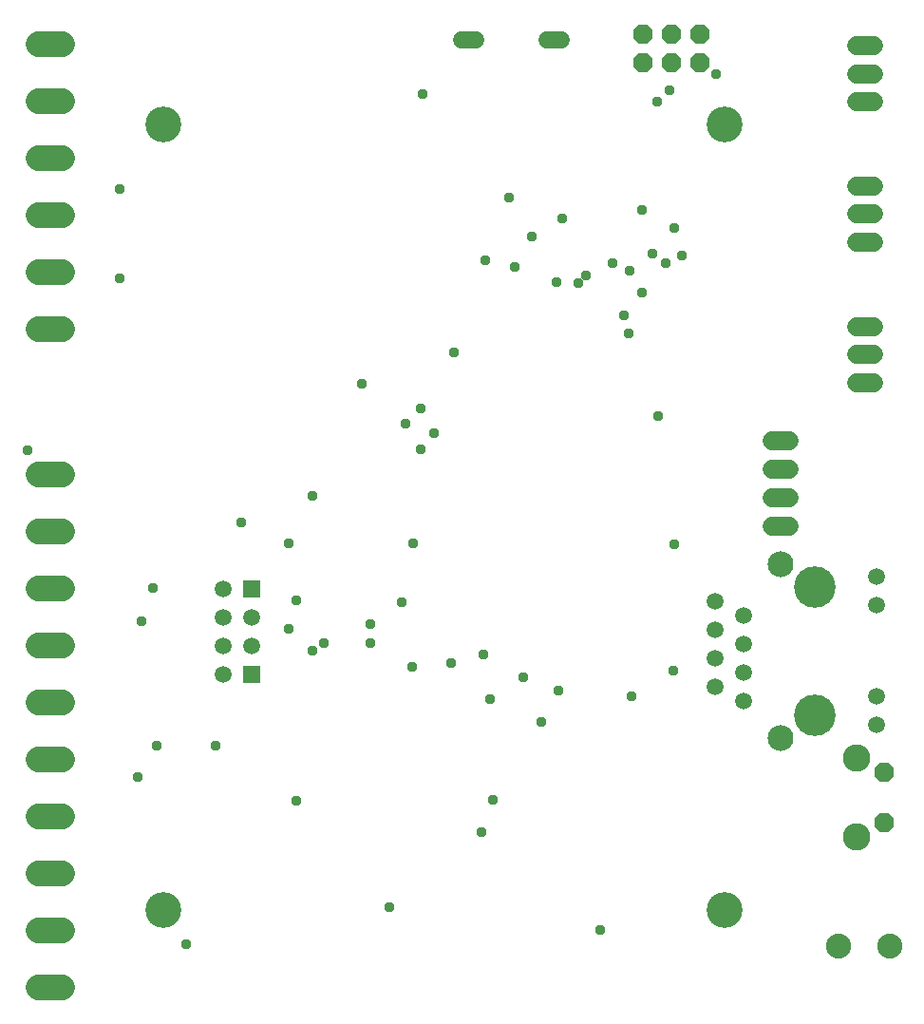
<source format=gbr>
G04 EAGLE Gerber RS-274X export*
G75*
%MOMM*%
%FSLAX34Y34*%
%LPD*%
%INSoldermask Bottom*%
%IPPOS*%
%AMOC8*
5,1,8,0,0,1.08239X$1,22.5*%
G01*
%ADD10C,3.203200*%
%ADD11C,2.235200*%
%ADD12R,1.511200X1.511200*%
%ADD13C,1.511200*%
%ADD14C,2.298700*%
%ADD15C,2.303200*%
%ADD16C,3.703200*%
%ADD17C,1.727200*%
%ADD18P,1.869504X8X112.500000*%
%ADD19C,2.451100*%
%ADD20P,1.852186X8X22.500000*%
%ADD21C,1.524000*%
%ADD22C,0.959600*%


D10*
X172500Y832500D03*
X672500Y832500D03*
X172500Y132500D03*
X672500Y132500D03*
D11*
X820000Y100000D03*
X774280Y100000D03*
D12*
X251125Y418250D03*
X251125Y342050D03*
D13*
X251125Y392850D03*
X251125Y367450D03*
X225725Y367450D03*
X225725Y392850D03*
X225725Y418250D03*
X225725Y342050D03*
D14*
X81278Y904500D02*
X60323Y904500D01*
X60323Y853700D02*
X81278Y853700D01*
X81278Y650500D02*
X60323Y650500D01*
X60323Y802900D02*
X81278Y802900D01*
X81278Y752100D02*
X60323Y752100D01*
X60323Y701300D02*
X81278Y701300D01*
D15*
X722700Y285750D03*
X722700Y440650D03*
D13*
X808400Y429450D03*
X808400Y404050D03*
X808400Y322350D03*
X808400Y296950D03*
X664300Y407600D03*
X664300Y382200D03*
X664300Y356800D03*
X664300Y331400D03*
X689700Y395000D03*
X689700Y369600D03*
X689700Y344200D03*
X689700Y318800D03*
D16*
X753000Y306200D03*
X753000Y420200D03*
D17*
X730120Y550600D02*
X714880Y550600D01*
X714880Y525200D02*
X730120Y525200D01*
X730120Y499800D02*
X714880Y499800D01*
X714880Y474400D02*
X730120Y474400D01*
D18*
X814946Y209894D03*
X814946Y255106D03*
D19*
X790054Y197448D03*
X790054Y267552D03*
D17*
X789880Y652500D02*
X805120Y652500D01*
X805120Y627500D02*
X789880Y627500D01*
X789880Y602500D02*
X805120Y602500D01*
X805120Y777500D02*
X789880Y777500D01*
X789880Y752500D02*
X805120Y752500D01*
X805120Y727500D02*
X789880Y727500D01*
X789880Y902500D02*
X805120Y902500D01*
X805120Y877500D02*
X789880Y877500D01*
X789880Y852500D02*
X805120Y852500D01*
D14*
X81278Y521100D02*
X60323Y521100D01*
X60323Y470300D02*
X81278Y470300D01*
X81278Y63900D02*
X60323Y63900D01*
X60323Y419500D02*
X81278Y419500D01*
X81278Y368700D02*
X60323Y368700D01*
X60323Y114700D02*
X81278Y114700D01*
X81278Y317900D02*
X60323Y317900D01*
X60323Y267100D02*
X81278Y267100D01*
X81278Y165500D02*
X60323Y165500D01*
X60323Y216300D02*
X81278Y216300D01*
D20*
X599600Y887300D03*
X599600Y912700D03*
X625000Y887300D03*
X625000Y912700D03*
X650400Y887300D03*
X650400Y912700D03*
D21*
X527204Y907500D02*
X513996Y907500D01*
X451004Y907500D02*
X437796Y907500D01*
D22*
X290843Y229613D03*
X509230Y300027D03*
X492902Y339827D03*
X133686Y774560D03*
X133686Y694961D03*
X466369Y230633D03*
X623526Y863343D03*
X357175Y386770D03*
X387790Y565357D03*
X349011Y601075D03*
X501066Y732719D03*
X241859Y477594D03*
X582706Y662305D03*
X384729Y406159D03*
X586788Y645977D03*
X394934Y459225D03*
X283699Y459225D03*
X599034Y682715D03*
X413303Y557193D03*
X634751Y715371D03*
X620464Y709248D03*
X572501Y709248D03*
X431672Y629649D03*
X665366Y877630D03*
X613321Y572501D03*
X612300Y853138D03*
X402077Y542906D03*
X402077Y579644D03*
X459225Y711289D03*
X315335Y370442D03*
X357175Y370442D03*
X599034Y756191D03*
X290843Y408200D03*
X627608Y739863D03*
X403098Y859261D03*
X549029Y698022D03*
X305130Y501066D03*
X166342Y278597D03*
X218387Y278597D03*
X283699Y382688D03*
X163280Y419426D03*
X457184Y360237D03*
X428610Y352073D03*
X456164Y202059D03*
X373503Y134706D03*
X561275Y114296D03*
X305130Y363298D03*
X627608Y458205D03*
X524537Y327581D03*
X626587Y345950D03*
X393913Y349011D03*
X589849Y322478D03*
X463307Y320437D03*
X587808Y702104D03*
X522496Y691899D03*
X541886Y690879D03*
X153075Y389831D03*
X148993Y251043D03*
X480656Y767416D03*
X51025Y541886D03*
X527599Y749047D03*
X192875Y102050D03*
X608218Y717412D03*
X485758Y705166D03*
M02*

</source>
